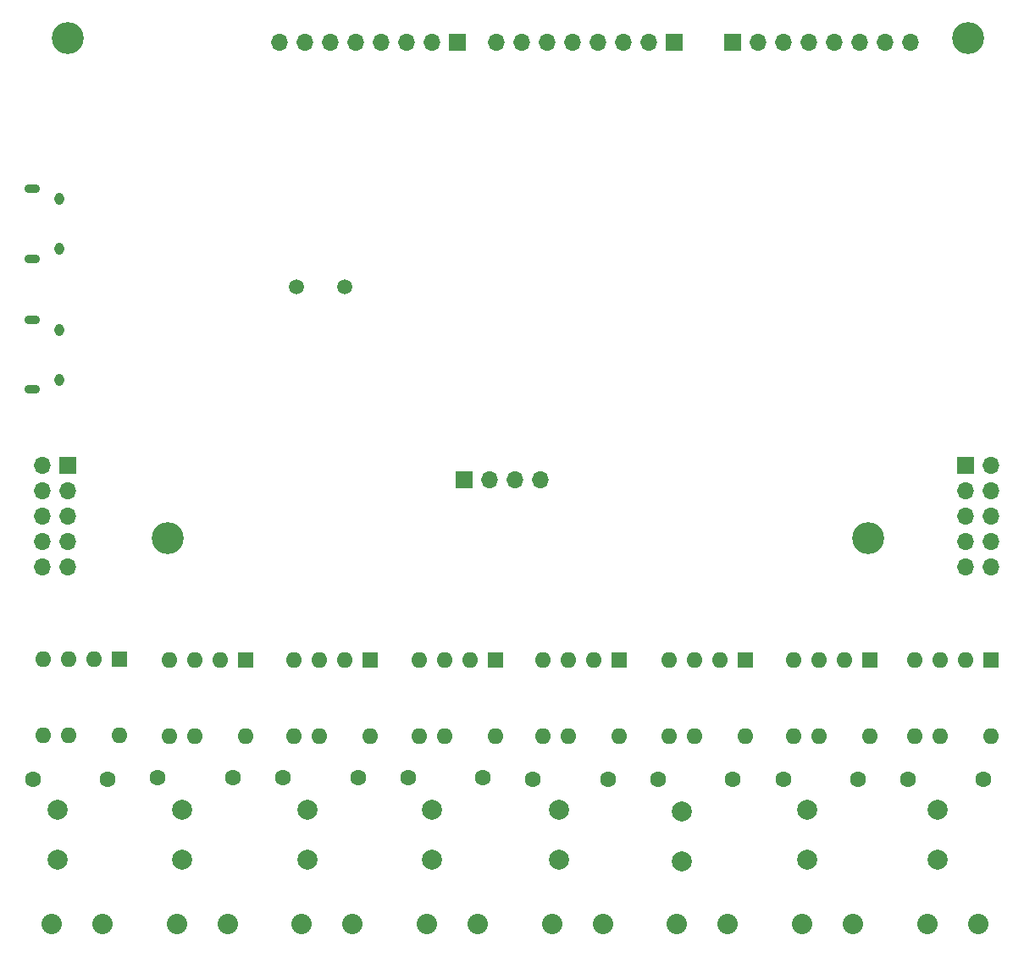
<source format=gbs>
%TF.GenerationSoftware,KiCad,Pcbnew,(6.0.5)*%
%TF.CreationDate,2023-11-15T16:50:55-05:00*%
%TF.ProjectId,solar-controller-2023,736f6c61-722d-4636-9f6e-74726f6c6c65,rev?*%
%TF.SameCoordinates,Original*%
%TF.FileFunction,Soldermask,Bot*%
%TF.FilePolarity,Negative*%
%FSLAX46Y46*%
G04 Gerber Fmt 4.6, Leading zero omitted, Abs format (unit mm)*
G04 Created by KiCad (PCBNEW (6.0.5)) date 2023-11-15 16:50:55*
%MOMM*%
%LPD*%
G01*
G04 APERTURE LIST*
%ADD10C,1.600000*%
%ADD11R,1.700000X1.700000*%
%ADD12O,1.700000X1.700000*%
%ADD13C,3.200000*%
%ADD14O,0.950000X1.250000*%
%ADD15O,1.550000X0.890000*%
%ADD16R,1.600000X1.600000*%
%ADD17O,1.600000X1.600000*%
%ADD18C,2.000000*%
%ADD19C,2.032000*%
%ADD20C,1.500000*%
G04 APERTURE END LIST*
D10*
%TO.C,RV8*%
X146500000Y-129000000D03*
X139000000Y-129000000D03*
%TD*%
%TO.C,RV7*%
X121500000Y-129000000D03*
X114000000Y-129000000D03*
%TD*%
%TO.C,RV6*%
X134000000Y-129000000D03*
X126500000Y-129000000D03*
%TD*%
%TO.C,RV5*%
X109000000Y-129100000D03*
X101500000Y-129100000D03*
%TD*%
%TO.C,RV4*%
X196500000Y-129100000D03*
X189000000Y-129100000D03*
%TD*%
%TO.C,RV3*%
X171500000Y-129100000D03*
X164000000Y-129100000D03*
%TD*%
%TO.C,RV2*%
X184000000Y-129100000D03*
X176500000Y-129100000D03*
%TD*%
%TO.C,RV1*%
X159000000Y-129100000D03*
X151500000Y-129100000D03*
%TD*%
D11*
%TO.C,J3*%
X171500000Y-55380000D03*
D12*
X174040000Y-55380000D03*
X176580000Y-55380000D03*
X179120000Y-55380000D03*
X181660000Y-55380000D03*
X184200000Y-55380000D03*
X186740000Y-55380000D03*
X189280000Y-55380000D03*
%TD*%
D11*
%TO.C,J2*%
X143975000Y-55380000D03*
D12*
X141435000Y-55380000D03*
X138895000Y-55380000D03*
X136355000Y-55380000D03*
X133815000Y-55380000D03*
X131275000Y-55380000D03*
X128735000Y-55380000D03*
X126195000Y-55380000D03*
%TD*%
D13*
%TO.C,MOUNT*%
X105000000Y-55000000D03*
%TD*%
%TO.C,MOUNT*%
X115000000Y-105000000D03*
%TD*%
D14*
%TO.C,J8*%
X104140000Y-89130000D03*
X104140000Y-84130000D03*
D15*
X101440000Y-83130000D03*
X101440000Y-90130000D03*
%TD*%
D16*
%TO.C,U8*%
X185156000Y-117200000D03*
D17*
X182616000Y-117200000D03*
X180076000Y-117200000D03*
X177536000Y-117200000D03*
X177536000Y-124820000D03*
X180076000Y-124820000D03*
X185156000Y-124820000D03*
%TD*%
D18*
%TO.C,F1*%
X154090000Y-132210000D03*
X154090000Y-137210000D03*
%TD*%
D19*
%TO.C,OUT_2*%
X170986600Y-143610000D03*
X165906600Y-143610000D03*
%TD*%
%TO.C,OUT_4*%
X145980000Y-143610000D03*
X140900000Y-143610000D03*
%TD*%
D18*
%TO.C,F8*%
X141440000Y-132210000D03*
X141440000Y-137210000D03*
%TD*%
D19*
%TO.C,OUT_3*%
X158486600Y-143610000D03*
X153406600Y-143610000D03*
%TD*%
D16*
%TO.C,U14*%
X147775000Y-117175000D03*
D17*
X145235000Y-117175000D03*
X142695000Y-117175000D03*
X140155000Y-117175000D03*
X140155000Y-124795000D03*
X142695000Y-124795000D03*
X147775000Y-124795000D03*
%TD*%
D19*
%TO.C,OUT_1*%
X183480000Y-143610000D03*
X178400000Y-143610000D03*
%TD*%
D11*
%TO.C,J6*%
X194775000Y-97675000D03*
D12*
X197315000Y-97675000D03*
X194775000Y-100215000D03*
X197315000Y-100215000D03*
X194775000Y-102755000D03*
X197315000Y-102755000D03*
X194775000Y-105295000D03*
X197315000Y-105295000D03*
X194775000Y-107835000D03*
X197315000Y-107835000D03*
%TD*%
%TO.C,J1*%
X147826000Y-55415000D03*
X150366000Y-55415000D03*
X152906000Y-55415000D03*
X155446000Y-55415000D03*
X157986000Y-55415000D03*
X160526000Y-55415000D03*
X163066000Y-55415000D03*
D11*
X165606000Y-55415000D03*
%TD*%
D18*
%TO.C,F6*%
X128940000Y-132210000D03*
X128940000Y-137210000D03*
%TD*%
D13*
%TO.C,MOUNT*%
X195000000Y-55000000D03*
%TD*%
D16*
%TO.C,U13*%
X122800000Y-117175000D03*
D17*
X120260000Y-117175000D03*
X117720000Y-117175000D03*
X115180000Y-117175000D03*
X115180000Y-124795000D03*
X117720000Y-124795000D03*
X122800000Y-124795000D03*
%TD*%
D14*
%TO.C,J5*%
X104135000Y-71040000D03*
D15*
X101435000Y-77040000D03*
X101435000Y-70040000D03*
D14*
X104135000Y-76040000D03*
%TD*%
D19*
%TO.C,OUT_5*%
X133480000Y-143610000D03*
X128400000Y-143610000D03*
%TD*%
%TO.C,OUT_7*%
X108480000Y-143610000D03*
X103400000Y-143610000D03*
%TD*%
D16*
%TO.C,U10*%
X197300000Y-117200000D03*
D17*
X194760000Y-117200000D03*
X192220000Y-117200000D03*
X189680000Y-117200000D03*
X189680000Y-124820000D03*
X192220000Y-124820000D03*
X197300000Y-124820000D03*
%TD*%
D18*
%TO.C,F4*%
X191940000Y-132210000D03*
X191940000Y-137210000D03*
%TD*%
%TO.C,F3*%
X166370000Y-132334000D03*
X166370000Y-137334000D03*
%TD*%
D13*
%TO.C,MOUNT*%
X185000000Y-105000000D03*
%TD*%
D16*
%TO.C,U12*%
X135250000Y-117175000D03*
D17*
X132710000Y-117175000D03*
X130170000Y-117175000D03*
X127630000Y-117175000D03*
X127630000Y-124795000D03*
X130170000Y-124795000D03*
X135250000Y-124795000D03*
%TD*%
D19*
%TO.C,OUT_0*%
X195980000Y-143610000D03*
X190900000Y-143610000D03*
%TD*%
D18*
%TO.C,F2*%
X178940000Y-132210000D03*
X178940000Y-137210000D03*
%TD*%
D19*
%TO.C,OUT_6*%
X120980000Y-143610000D03*
X115900000Y-143610000D03*
%TD*%
D16*
%TO.C,U9*%
X172700000Y-117175000D03*
D17*
X170160000Y-117175000D03*
X167620000Y-117175000D03*
X165080000Y-117175000D03*
X165080000Y-124795000D03*
X167620000Y-124795000D03*
X172700000Y-124795000D03*
%TD*%
D16*
%TO.C,U7*%
X160150000Y-117175000D03*
D17*
X157610000Y-117175000D03*
X155070000Y-117175000D03*
X152530000Y-117175000D03*
X152530000Y-124795000D03*
X155070000Y-124795000D03*
X160150000Y-124795000D03*
%TD*%
D18*
%TO.C,F5*%
X103940000Y-132210000D03*
X103940000Y-137210000D03*
%TD*%
%TO.C,F7*%
X116440000Y-132210000D03*
X116440000Y-137210000D03*
%TD*%
D11*
%TO.C,J4*%
X144660000Y-99120000D03*
D12*
X147200000Y-99120000D03*
X149740000Y-99120000D03*
X152280000Y-99120000D03*
%TD*%
D16*
%TO.C,U11*%
X110200000Y-117125000D03*
D17*
X107660000Y-117125000D03*
X105120000Y-117125000D03*
X102580000Y-117125000D03*
X102580000Y-124745000D03*
X105120000Y-124745000D03*
X110200000Y-124745000D03*
%TD*%
D11*
%TO.C,J7*%
X105006000Y-97698000D03*
D12*
X102466000Y-97698000D03*
X105006000Y-100238000D03*
X102466000Y-100238000D03*
X105006000Y-102778000D03*
X102466000Y-102778000D03*
X105006000Y-105318000D03*
X102466000Y-105318000D03*
X105006000Y-107858000D03*
X102466000Y-107858000D03*
%TD*%
D20*
%TO.C,Y1*%
X127830000Y-79810000D03*
X132710000Y-79810000D03*
%TD*%
M02*

</source>
